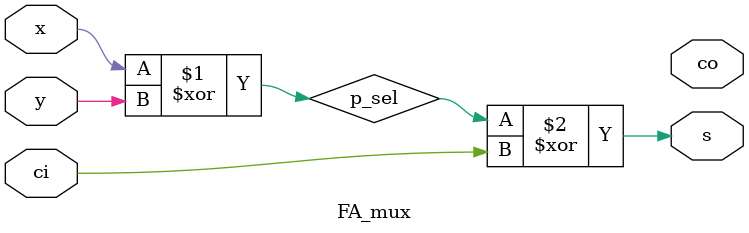
<source format=v>
module FA_mux(x,y,ci,s,co);

input x,y,ci;
output s,co;
wire p_sel;

assign p_sel = x^y;
assign s = p_sel^ci;
assign c0 = p_sel? x : ci;

endmodule

</source>
